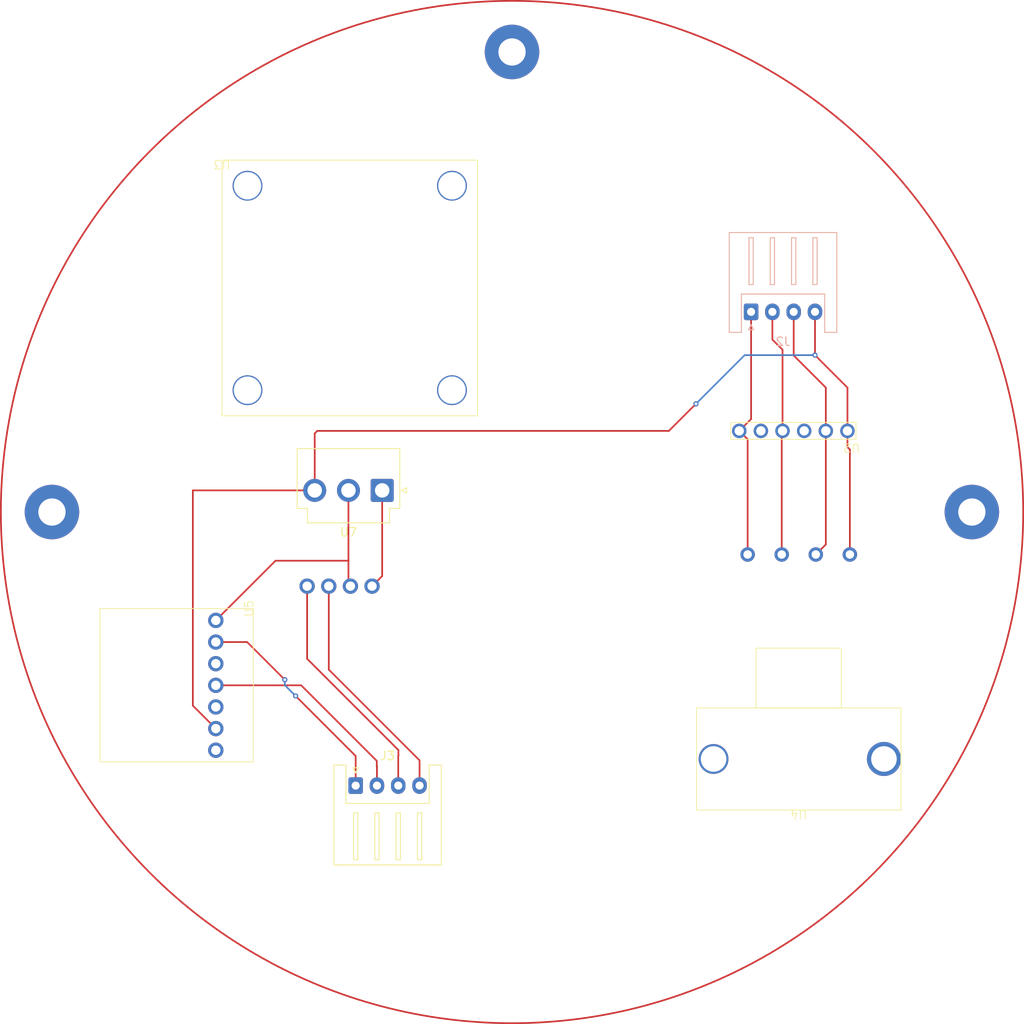
<source format=kicad_pcb>
(kicad_pcb (version 20240108) (generator "pcbnew") (generator_version "8.0")
  (layers (0 "F.Cu" signal) (31 "B.Cu" signal) (34 "B.Paste" user) (35 "F.Paste" user) (36 "B.SilkS" user "B.Silkscreen") (37 "F.SilkS" user "F.Silkscreen") (38 "B.Mask" user) (39 "F.Mask" user) (44 "Edge.Cuts" user))
  (net 0 "")
  (net 1 "Net-(J2-Pin_1)")
  (net 2 "Net-(J2-Pin_2)")
  (net 3 "GND")
  (net 4 "/+3.3V")
  (net 5 "Net-(J3-Pin_3)")
  (net 6 "Net-(J3-Pin_4)")
  (net 7 "Net-(J3-Pin_2)")
  (net 8 "Net-(J3-Pin_1)")
  (net 10 "Net-(U3-5V)")
  (footprint "0_kasa_lib-2024-:AE-GPS" (layer "F.Cu") (at 110.95 103.7 180)
    (property "Reference" "U3" (at 15 14.5 180) (layer "F.SilkS") (effects (font (thickness 0.1))))
    (property "Value" "AE-GPS")
    (fp_rect (start -15 -15) (end 15 15) (stroke (width 0.1)) (fill none) (layer "F.SilkS"))
    (pad "" np_thru_hole circle (at -12 -12 180) (size 3.5 3.5) (drill 3.2) (layers "F&B.Cu" "*.Mask"))
    (pad "" np_thru_hole circle (at -12 12 180) (size 3.5 3.5) (drill 3.2) (layers "F&B.Cu" "*.Mask"))
    (pad "" np_thru_hole circle (at 12 -12 180) (size 3.5 3.5) (drill 3.2) (layers "F&B.Cu" "*.Mask"))
    (pad "" np_thru_hole circle (at 12 12 180) (size 3.5 3.5) (drill 3.2) (layers "F&B.Cu" "*.Mask"))
    (pad "1" thru_hole circle (at 5 -35 180) (size 1.8 1.8) (drill 1.1) (layers "*.Cu" "*.Mask") (net 5 "Net-(J3-Pin_3)"))
    (pad "2" thru_hole circle (at 2.46 -35 180) (size 1.8 1.8) (drill 1.1) (layers "*.Cu" "*.Mask") (net 6 "Net-(J3-Pin_4)"))
    (pad "3" thru_hole circle (at -0.08 -35 180) (size 1.8 1.8) (drill 1.1) (layers "*.Cu" "*.Mask") (net 3 "GND"))
    (pad "4" thru_hole circle (at -2.62 -35 180) (size 1.8 1.8) (drill 1.1) (layers "*.Cu" "*.Mask") (net 10 "Net-(U3-5V)"))
  )
  (footprint "MountingHole:MountingHole_3.2mm_M3_Pad" (layer "F.Cu") (at 183.975 130)
    (property "Reference" "MH1" (hide yes))
    (property "Value" "MountingHole_3.2mm_M3_Pad" (hide yes))
    (pad "1" thru_hole circle (at 0 0) (size 6.4 6.4) (drill 3.2) (layers "*.Cu" "*.Mask"))
  )
  (footprint "Connector_JST:JST_VH_B3P-VH_1x03_P3.96mm_Vertical" (layer "F.Cu") (at 114.76 127.46 180)
    (property "Reference" "U7" (at 3.96 -4.9 360) (layer "F.SilkS"))
    (property "Value" "convunit")
    (fp_line (start 9.98 4.91) (end -2.06 4.91) (stroke (width 0.12)) (layer "F.SilkS"))
    (fp_line (start 9.98 -2.11) (end 9.98 4.91) (stroke (width 0.12)) (layer "F.SilkS"))
    (fp_line (start 8.78 -2.11) (end 9.98 -2.11) (stroke (width 0.12)) (layer "F.SilkS"))
    (fp_line (start 8.78 -3.81) (end 8.78 -2.11) (stroke (width 0.12)) (layer "F.SilkS"))
    (fp_line (start -0.86 -2.11) (end -0.86 -3.81) (stroke (width 0.12)) (layer "F.SilkS"))
    (fp_line (start -0.86 -3.81) (end 8.78 -3.81) (stroke (width 0.12)) (layer "F.SilkS"))
    (fp_line (start -2.06 4.91) (end -2.06 -2.11) (stroke (width 0.12)) (layer "F.SilkS"))
    (fp_line (start -2.06 -2.11) (end -0.86 -2.11) (stroke (width 0.12)) (layer "F.SilkS"))
    (fp_line (start -2.26 0) (end -2.86 0.3) (stroke (width 0.12)) (layer "F.SilkS"))
    (fp_line (start -2.86 0.3) (end -2.86 -0.3) (stroke (width 0.12)) (layer "F.SilkS"))
    (fp_line (start -2.86 -0.3) (end -2.26 0) (stroke (width 0.12)) (layer "F.SilkS"))
    (pad "1" thru_hole roundrect (at 0 0 180) (size 2.7 2.7) (drill 1.7) (layers "*.Cu" "*.Mask") (roundrect_rratio 0.092593) (net 10 "Net-(U3-5V)"))
    (pad "2" thru_hole circle (at 3.96 0 180) (size 2.7 2.7) (drill 1.7) (layers "*.Cu" "*.Mask") (net 3 "GND"))
    (pad "3" thru_hole circle (at 7.92 0 180) (size 2.7 2.7) (drill 1.7) (layers "*.Cu" "*.Mask") (net 4 "/+3.3V"))
  )
  (footprint "MountingHole:MountingHole_3.2mm_M3_Pad" (layer "F.Cu") (at 76 130)
    (property "Reference" "MH1" (hide yes))
    (property "Value" "MountingHole_3.2mm_M3_Pad" (hide yes))
    (pad "1" thru_hole circle (at 0 0) (size 6.4 6.4) (drill 3.2) (layers "*.Cu" "*.Mask"))
  )
  (footprint "0_kasa_lib-2024-:AE-LSM9DS1-I2C" (layer "F.Cu") (at 163.655 164.985 180)
    (property "Reference" "U4" (at 0 -0.5 180) (layer "F.SilkS") (effects (font (thickness 0.1))))
    (property "Value" "~")
    (fp_rect (start -5 12) (end 5 19) (stroke (width 0.1)) (fill none) (layer "F.SilkS"))
    (fp_rect (start -12 0) (end 12 12) (stroke (width 0.1)) (fill none) (layer "F.SilkS"))
    (pad "" np_thru_hole circle (at -10 6 180) (size 4 4) (drill 3) (layers "F&B.Cu" "*.Mask"))
    (pad "" np_thru_hole circle (at 10 6 180) (size 3.5 3.5) (drill 3) (layers "F&B.Cu" "*.Mask"))
    (pad "1" thru_hole circle (at -6 30 180) (size 1.7 1.7) (drill 1) (layers "*.Cu" "*.Mask") (net 4 "/+3.3V"))
    (pad "2" thru_hole circle (at -2 30 180) (size 1.7 1.7) (drill 1) (layers "*.Cu" "*.Mask") (net 3 "GND"))
    (pad "3" thru_hole circle (at 2 30 180) (size 1.7 1.7) (drill 1) (layers "*.Cu" "*.Mask") (net 2 "Net-(J2-Pin_2)"))
    (pad "4" thru_hole circle (at 6 30 180) (size 1.7 1.7) (drill 1) (layers "*.Cu" "*.Mask") (net 1 "Net-(J2-Pin_1)"))
  )
  (footprint "Connector_JST:JST_XH_S4B-XH-A_1x04_P2.50mm_Horizontal" (layer "F.Cu") (at 111.645 162.11)
    (property "Reference" "J3" (at 3.75 -3.5 360) (layer "F.SilkS"))
    (property "Value" "Conn_01x04_Pin")
    (fp_line (start -2.56 -2.41) (end -1.14 -2.41) (stroke (width 0.12)) (layer "F.SilkS"))
    (fp_line (start -2.56 9.31) (end -2.56 -2.41) (stroke (width 0.12)) (layer "F.SilkS"))
    (fp_line (start -1.14 -2.41) (end -1.14 2.09) (stroke (width 0.12)) (layer "F.SilkS"))
    (fp_line (start -1.14 2.09) (end 3.75 2.09) (stroke (width 0.12)) (layer "F.SilkS"))
    (fp_line (start -0.3 -2.1) (end 0.3 -2.1) (stroke (width 0.12)) (layer "F.SilkS"))
    (fp_line (start -0.25 3.2) (end -0.25 8.7) (stroke (width 0.12)) (layer "F.SilkS"))
    (fp_line (start -0.25 8.7) (end 0.25 8.7) (stroke (width 0.12)) (layer "F.SilkS"))
    (fp_line (start 0 -1.5) (end -0.3 -2.1) (stroke (width 0.12)) (layer "F.SilkS"))
    (fp_line (start 0.25 3.2) (end -0.25 3.2) (stroke (width 0.12)) (layer "F.SilkS"))
    (fp_line (start 0.25 8.7) (end 0.25 3.2) (stroke (width 0.12)) (layer "F.SilkS"))
    (fp_line (start 0.3 -2.1) (end 0 -1.5) (stroke (width 0.12)) (layer "F.SilkS"))
    (fp_line (start 2.25 3.2) (end 2.25 8.7) (stroke (width 0.12)) (layer "F.SilkS"))
    (fp_line (start 2.25 8.7) (end 2.75 8.7) (stroke (width 0.12)) (layer "F.SilkS"))
    (fp_line (start 2.75 3.2) (end 2.25 3.2) (stroke (width 0.12)) (layer "F.SilkS"))
    (fp_line (start 2.75 8.7) (end 2.75 3.2) (stroke (width 0.12)) (layer "F.SilkS"))
    (fp_line (start 3.75 9.31) (end -2.56 9.31) (stroke (width 0.12)) (layer "F.SilkS"))
    (fp_line (start 3.75 9.31) (end 10.06 9.31) (stroke (width 0.12)) (layer "F.SilkS"))
    (fp_line (start 4.75 3.2) (end 4.75 8.7) (stroke (width 0.12)) (layer "F.SilkS"))
    (fp_line (start 4.75 8.7) (end 5.25 8.7) (stroke (width 0.12)) (layer "F.SilkS"))
    (fp_line (start 5.25 3.2) (end 4.75 3.2) (stroke (width 0.12)) (layer "F.SilkS"))
    (fp_line (start 5.25 8.7) (end 5.25 3.2) (stroke (width 0.12)) (layer "F.SilkS"))
    (fp_line (start 7.25 3.2) (end 7.25 8.7) (stroke (width 0.12)) (layer "F.SilkS"))
    (fp_line (start 7.25 8.7) (end 7.75 8.7) (stroke (width 0.12)) (layer "F.SilkS"))
    (fp_line (start 7.75 3.2) (end 7.25 3.2) (stroke (width 0.12)) (layer "F.SilkS"))
    (fp_line (start 7.75 8.7) (end 7.75 3.2) (stroke (width 0.12)) (layer "F.SilkS"))
    (fp_line (start 8.64 -2.41) (end 8.64 2.09) (stroke (width 0.12)) (layer "F.SilkS"))
    (fp_line (start 8.64 2.09) (end 3.75 2.09) (stroke (width 0.12)) (layer "F.SilkS"))
    (fp_line (start 10.06 -2.41) (end 8.64 -2.41) (stroke (width 0.12)) (layer "F.SilkS"))
    (fp_line (start 10.06 9.31) (end 10.06 -2.41) (stroke (width 0.12)) (layer "F.SilkS"))
    (pad "1" thru_hole roundrect (at 0 0) (size 1.7 1.95) (drill 0.95) (layers "*.Cu" "*.Mask") (roundrect_rratio 0.147059) (net 8 "Net-(J3-Pin_1)"))
    (pad "2" thru_hole oval (at 2.5 0) (size 1.7 1.95) (drill 0.95) (layers "*.Cu" "*.Mask") (net 7 "Net-(J3-Pin_2)"))
    (pad "3" thru_hole oval (at 5 0) (size 1.7 1.95) (drill 0.95) (layers "*.Cu" "*.Mask") (net 5 "Net-(J3-Pin_3)"))
    (pad "4" thru_hole oval (at 7.5 0) (size 1.7 1.95) (drill 0.95) (layers "*.Cu" "*.Mask") (net 6 "Net-(J3-Pin_4)"))
  )
  (footprint "0_kasa_lib-2024-:MW-R-UART-U" (layer "F.Cu") (at 95.23 150.34 90)
    (property "Reference" "U5" (at 9.02 3.9 90) (layer "F.SilkS") (effects (font (thickness 0.1))))
    (property "Value" "TWELITE-UART")
    (fp_rect (start -8.98 -13.6) (end 9.02 4.4) (stroke (width 0.1)) (fill none) (layer "F.SilkS"))
    (pad "1" thru_hole circle (at 7.62 0 90) (size 1.8 1.8) (drill 1.1) (layers "*.Cu" "*.Mask") (net 3 "GND"))
    (pad "2" thru_hole circle (at 5.08 0 90) (size 1.8 1.8) (drill 1.1) (layers "*.Cu" "*.Mask") (net 8 "Net-(J3-Pin_1)"))
    (pad "3" thru_hole circle (at 2.54 0 90) (size 1.8 1.8) (drill 1.1) (layers "*.Cu" "*.Mask"))
    (pad "4" thru_hole circle (at 0 0 90) (size 1.8 1.8) (drill 1.1) (layers "*.Cu" "*.Mask") (net 7 "Net-(J3-Pin_2)"))
    (pad "5" thru_hole circle (at -2.54 0 90) (size 1.8 1.8) (drill 1.1) (layers "*.Cu" "*.Mask"))
    (pad "6" thru_hole circle (at -5.08 0 90) (size 1.8 1.8) (drill 1.1) (layers "*.Cu" "*.Mask") (net 4 "/+3.3V"))
    (pad "7" thru_hole circle (at -7.62 0 90) (size 1.8 1.8) (drill 1.1) (layers "*.Cu" "*.Mask"))
  )
  (footprint "0_kasa_lib-2024-:AE-BME280" (layer "F.Cu") (at 169.37 120.475 180)
    (property "Reference" "U2" (at -0.5 -2 180) (layer "F.SilkS") (effects (font (thickness 0.1))))
    (property "Value" "BME280")
    (fp_rect (start -1 -1) (end 13.7 1) (stroke (width 0.1)) (fill none) (layer "F.SilkS"))
    (pad "1" thru_hole circle (at 0 0 180) (size 1.7 1.7) (drill 1.1) (layers "*.Cu" "*.Mask") (net 4 "/+3.3V"))
    (pad "2" thru_hole circle (at 2.54 0 180) (size 1.7 1.7) (drill 1.1) (layers "*.Cu" "*.Mask") (net 3 "GND"))
    (pad "3" thru_hole circle (at 5.08 0 180) (size 1.7 1.7) (drill 1.1) (layers "*.Cu" "*.Mask"))
    (pad "4" thru_hole circle (at 7.62 0 180) (size 1.7 1.7) (drill 1.1) (layers "*.Cu" "*.Mask") (net 2 "Net-(J2-Pin_2)"))
    (pad "5" thru_hole circle (at 10.16 0 180) (size 1.7 1.7) (drill 1.1) (layers "*.Cu" "*.Mask") (net 3 "GND"))
    (pad "6" thru_hole circle (at 12.7 0 180) (size 1.7 1.7) (drill 1.1) (layers "*.Cu" "*.Mask") (net 1 "Net-(J2-Pin_1)"))
  )
  (footprint "MountingHole:MountingHole_3.2mm_M3_Pad" (layer "F.Cu") (at 130 76)
    (property "Reference" "MH1" (hide yes))
    (property "Value" "MountingHole_3.2mm_M3_Pad" (hide yes))
    (pad "1" thru_hole circle (at 0 0) (size 6.4 6.4) (drill 3.2) (layers "*.Cu" "*.Mask"))
  )
  (footprint "Connector_JST:JST_XH_S4B-XH-A_1x04_P2.50mm_Horizontal" (layer "B.Cu") (at 158.06 106.505)
    (property "Reference" "J2" (at 3.75 3.5 0) (layer "B.SilkS") (effects (justify mirror)))
    (property "Value" "Conn_01x04_Pin")
    (fp_line (start -2.56 -9.31) (end 3.75 -9.31) (stroke (width 0.12)) (layer "B.SilkS"))
    (fp_line (start -2.56 2.41) (end -2.56 -9.31) (stroke (width 0.12)) (layer "B.SilkS"))
    (fp_line (start -1.14 -2.09) (end -1.14 2.41) (stroke (width 0.12)) (layer "B.SilkS"))
    (fp_line (start -1.14 2.41) (end -2.56 2.41) (stroke (width 0.12)) (layer "B.SilkS"))
    (fp_line (start -0.3 2.1) (end 0 1.5) (stroke (width 0.12)) (layer "B.SilkS"))
    (fp_line (start -0.25 -8.7) (end -0.25 -3.2) (stroke (width 0.12)) (layer "B.SilkS"))
    (fp_line (start -0.25 -3.2) (end 0.25 -3.2) (stroke (width 0.12)) (layer "B.SilkS"))
    (fp_line (start 0 1.5) (end 0.3 2.1) (stroke (width 0.12)) (layer "B.SilkS"))
    (fp_line (start 0.25 -8.7) (end -0.25 -8.7) (stroke (width 0.12)) (layer "B.SilkS"))
    (fp_line (start 0.25 -3.2) (end 0.25 -8.7) (stroke (width 0.12)) (layer "B.SilkS"))
    (fp_line (start 0.3 2.1) (end -0.3 2.1) (stroke (width 0.12)) (layer "B.SilkS"))
    (fp_line (start 2.25 -8.7) (end 2.25 -3.2) (stroke (width 0.12)) (layer "B.SilkS"))
    (fp_line (start 2.25 -3.2) (end 2.75 -3.2) (stroke (width 0.12)) (layer "B.SilkS"))
    (fp_line (start 2.75 -8.7) (end 2.25 -8.7) (stroke (width 0.12)) (layer "B.SilkS"))
    (fp_line (start 2.75 -3.2) (end 2.75 -8.7) (stroke (width 0.12)) (layer "B.SilkS"))
    (fp_line (start 3.75 -2.09) (end -1.14 -2.09) (stroke (width 0.12)) (layer "B.SilkS"))
    (fp_line (start 3.75 -2.09) (end 8.64 -2.09) (stroke (width 0.12)) (layer "B.SilkS"))
    (fp_line (start 4.75 -8.7) (end 4.75 -3.2) (stroke (width 0.12)) (layer "B.SilkS"))
    (fp_line (start 4.75 -3.2) (end 5.25 -3.2) (stroke (width 0.12)) (layer "B.SilkS"))
    (fp_line (start 5.25 -8.7) (end 4.75 -8.7) (stroke (width 0.12)) (layer "B.SilkS"))
    (fp_line (start 5.25 -3.2) (end 5.25 -8.7) (stroke (width 0.12)) (layer "B.SilkS"))
    (fp_line (start 7.25 -8.7) (end 7.25 -3.2) (stroke (width 0.12)) (layer "B.SilkS"))
    (fp_line (start 7.25 -3.2) (end 7.75 -3.2) (stroke (width 0.12)) (layer "B.SilkS"))
    (fp_line (start 7.75 -8.7) (end 7.25 -8.7) (stroke (width 0.12)) (layer "B.SilkS"))
    (fp_line (start 7.75 -3.2) (end 7.75 -8.7) (stroke (width 0.12)) (layer "B.SilkS"))
    (fp_line (start 8.64 -2.09) (end 8.64 2.41) (stroke (width 0.12)) (layer "B.SilkS"))
    (fp_line (start 8.64 2.41) (end 10.06 2.41) (stroke (width 0.12)) (layer "B.SilkS"))
    (fp_line (start 10.06 -9.31) (end 3.75 -9.31) (stroke (width 0.12)) (layer "B.SilkS"))
    (fp_line (start 10.06 2.41) (end 10.06 -9.31) (stroke (width 0.12)) (layer "B.SilkS"))
    (pad "1" thru_hole roundrect (at 0 0) (size 1.7 1.95) (drill 0.95) (layers "*.Cu" "*.Mask") (roundrect_rratio 0.147059) (net 1 "Net-(J2-Pin_1)"))
    (pad "2" thru_hole oval (at 2.5 0) (size 1.7 1.95) (drill 0.95) (layers "*.Cu" "*.Mask") (net 2 "Net-(J2-Pin_2)"))
    (pad "3" thru_hole oval (at 5 0) (size 1.7 1.95) (drill 0.95) (layers "*.Cu" "*.Mask") (net 3 "GND"))
    (pad "4" thru_hole oval (at 7.5 0) (size 1.7 1.95) (drill 0.95) (layers "*.Cu" "*.Mask") (net 4 "/+3.3V"))
  )
  (gr_circle (center 130 130) (end 190 130) (stroke (width 0.2)) (fill none) (layer "F.Cu") (net 13))
  (segment (start 158.06 119.085) (end 156.67 120.475) (width 0.2) (layer "F.Cu") (net 1))
  (segment (start 157.655 121.46) (end 157.655 134.985) (width 0.2) (layer "F.Cu") (net 1))
  (segment (start 156.67 120.475) (end 157.655 121.46) (width 0.2) (layer "F.Cu") (net 1))
  (segment (start 158.06 106.505) (end 158.06 119.085) (width 0.2) (layer "F.Cu") (net 1))
  (segment (start 161.75 120.475) (end 161.75 121.11) (width 0.2) (layer "F.Cu") (net 2))
  (segment (start 161.75 110.95) (end 161.75 120.475) (width 0.2) (layer "F.Cu") (net 2))
  (segment (start 160.56 109.76) (end 161.75 110.95) (width 0.2) (layer "F.Cu") (net 2))
  (segment (start 161.655 121.205) (end 161.655 134.985) (width 0.2) (layer "F.Cu") (net 2))
  (segment (start 160.56 106.505) (end 160.56 109.76) (width 0.2) (layer "F.Cu") (net 2))
  (segment (start 161.75 121.11) (end 161.655 121.205) (width 0.2) (layer "F.Cu") (net 2))
  (segment (start 166.83 115.395) (end 166.83 120.475) (width 0.2) (layer "F.Cu") (net 3))
  (segment (start 95.23 142.72) (end 102.235 135.715) (width 0.2) (layer "F.Cu") (net 3))
  (segment (start 102.235 135.715) (end 110.8 135.715) (width 0.2) (layer "F.Cu") (net 3))
  (segment (start 166.83 133.81) (end 165.655 134.985) (width 0.2) (layer "F.Cu") (net 3))
  (segment (start 110.8 127.46) (end 110.8 135.715) (width 0.2) (layer "F.Cu") (net 3))
  (segment (start 163.06 111.625) (end 166.83 115.395) (width 0.2) (layer "F.Cu") (net 3))
  (segment (start 110.8 138.47) (end 111.03 138.7) (width 0.2) (layer "F.Cu") (net 3))
  (segment (start 110.8 135.715) (end 110.8 138.47) (width 0.2) (layer "F.Cu") (net 3))
  (segment (start 163.06 106.505) (end 163.06 111.625) (width 0.2) (layer "F.Cu") (net 3))
  (segment (start 166.83 120.475) (end 166.83 133.81) (width 0.2) (layer "F.Cu") (net 3))
  (segment (start 169.37 122.38) (end 169.655 122.665) (width 0.2) (layer "F.Cu") (net 4))
  (segment (start 95.23 155.42) (end 92.535 152.725) (width 0.2) (layer "F.Cu") (net 4))
  (segment (start 169.655 122.665) (end 169.655 134.985) (width 0.2) (layer "F.Cu") (net 4))
  (segment (start 169.37 120.475) (end 169.37 122.38) (width 0.2) (layer "F.Cu") (net 4))
  (segment (start 106.84 120.775) (end 107.14 120.475) (width 0.2) (layer "F.Cu") (net 4))
  (segment (start 106.84 127.46) (end 106.84 120.775) (width 0.2) (layer "F.Cu") (net 4))
  (segment (start 92.535 127.46) (end 106.84 127.46) (width 0.2) (layer "F.Cu") (net 4))
  (segment (start 165.56 106.505) (end 165.56 111.585) (width 0.2) (layer "F.Cu") (net 4))
  (segment (start 107.14 120.475) (end 148.415 120.475) (width 0.2) (layer "F.Cu") (net 4))
  (segment (start 92.535 152.725) (end 92.535 127.46) (width 0.2) (layer "F.Cu") (net 4))
  (segment (start 169.37 115.395) (end 169.37 120.475) (width 0.2) (layer "F.Cu") (net 4))
  (segment (start 150.955 117.935) (end 151.59 117.3) (width 0.2) (layer "F.Cu") (net 4))
  (segment (start 148.415 120.475) (end 150.955 117.935) (width 0.2) (layer "F.Cu") (net 4))
  (segment (start 165.56 111.585) (end 169.37 115.395) (width 0.2) (layer "F.Cu") (net 4))
  (via (at 165.56 111.585) (size 0.6) (drill 0.3) (layers "F.Cu" "B.Cu") (net 4))
  (via (at 151.59 117.3) (size 0.6) (drill 0.3) (layers "F.Cu" "B.Cu") (net 4))
  (segment (start 157.305 111.585) (end 165.56 111.585) (width 0.2) (layer "B.Cu") (net 4))
  (segment (start 151.59 117.3) (end 157.305 111.585) (width 0.2) (layer "B.Cu") (net 4))
  (segment (start 116.645 158.595) (end 116.645 162.11) (width 0.2) (layer "F.Cu") (net 5))
  (segment (start 105.95 147.225) (end 116.665 157.94) (width 0.2) (layer "F.Cu") (net 5))
  (segment (start 105.95 138.7) (end 105.95 147.225) (width 0.2) (layer "F.Cu") (net 5))
  (segment (start 116.665 157.94) (end 116.665 158.575) (width 0.2) (layer "F.Cu") (net 5))
  (segment (start 116.665 158.575) (end 116.645 158.595) (width 0.2) (layer "F.Cu") (net 5))
  (segment (start 108.49 148.495) (end 119.145 159.15) (width 0.2) (layer "F.Cu") (net 6))
  (segment (start 119.145 159.15) (end 119.145 162.11) (width 0.2) (layer "F.Cu") (net 6))
  (segment (start 108.49 138.7) (end 108.49 148.495) (width 0.2) (layer "F.Cu") (net 6))
  (segment (start 114.145 159.865) (end 114.145 162.11) (width 0.2) (layer "F.Cu") (net 7))
  (segment (start 105.255 150.34) (end 114.125 159.21) (width 0.2) (layer "F.Cu") (net 7))
  (segment (start 114.125 159.21) (end 114.125 159.845) (width 0.2) (layer "F.Cu") (net 7))
  (segment (start 114.125 159.845) (end 114.145 159.865) (width 0.2) (layer "F.Cu") (net 7))
  (segment (start 95.23 150.34) (end 105.255 150.34) (width 0.2) (layer "F.Cu") (net 7))
  (segment (start 98.905 145.26) (end 103.33 149.685) (width 0.2) (layer "F.Cu") (net 8))
  (segment (start 95.23 145.26) (end 98.905 145.26) (width 0.2) (layer "F.Cu") (net 8))
  (segment (start 104.6 151.59) (end 111.645 158.635) (width 0.2) (layer "F.Cu") (net 8))
  (segment (start 111.645 158.635) (end 111.645 162.11) (width 0.2) (layer "F.Cu") (net 8))
  (via (at 104.6 151.59) (size 0.6) (drill 0.3) (layers "F.Cu" "B.Cu") (net 8))
  (via (at 103.33 149.685) (size 0.6) (drill 0.3) (layers "F.Cu" "B.Cu") (net 8))
  (segment (start 103.33 149.685) (end 103.33 150.32) (width 0.2) (layer "B.Cu") (net 8))
  (segment (start 103.33 150.32) (end 104.6 151.59) (width 0.2) (layer "B.Cu") (net 8))
  (segment (start 114.76 127.46) (end 114.76 137.51) (width 0.2) (layer "F.Cu") (net 10))
  (segment (start 114.76 137.51) (end 113.57 138.7) (width 0.2) (layer "F.Cu") (net 10))
)
</source>
